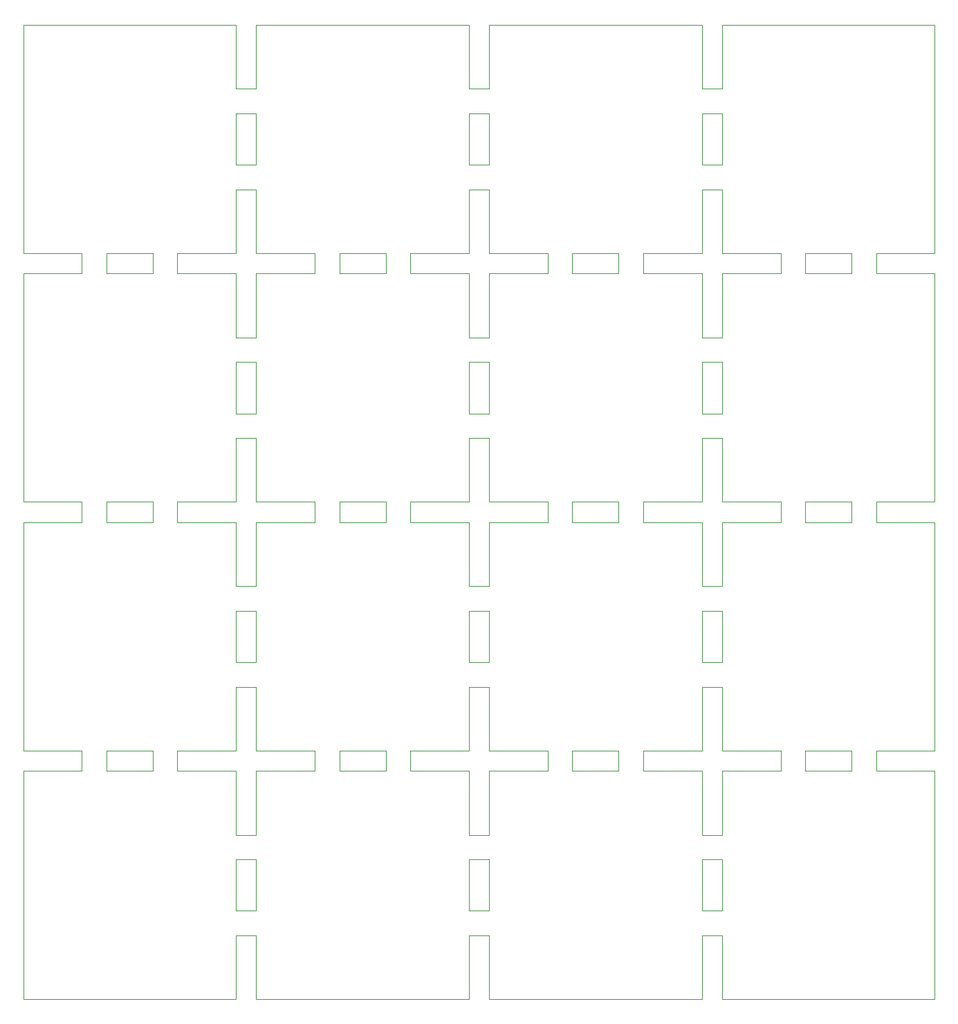
<source format=gbr>
%TF.GenerationSoftware,KiCad,Pcbnew,8.0.6*%
%TF.CreationDate,2024-10-19T01:04:28+01:00*%
%TF.ProjectId,panel,70616e65-6c2e-46b6-9963-61645f706362,rev?*%
%TF.SameCoordinates,Original*%
%TF.FileFunction,Profile,NP*%
%FSLAX46Y46*%
G04 Gerber Fmt 4.6, Leading zero omitted, Abs format (unit mm)*
G04 Created by KiCad (PCBNEW 8.0.6) date 2024-10-19 01:04:28*
%MOMM*%
%LPD*%
G01*
G04 APERTURE LIST*
%TA.AperFunction,Profile*%
%ADD10C,0.100000*%
%TD*%
G04 APERTURE END LIST*
D10*
X148499000Y-131410000D02*
X148501000Y-131410000D01*
X165596666Y-79611000D02*
X165596666Y-80860000D01*
X111556666Y-50430000D02*
X111556666Y-49181500D01*
X149750000Y-40120000D02*
X149750000Y-47930000D01*
X99883333Y-47930000D02*
X99883333Y-49179500D01*
X156923333Y-110041000D02*
X156923333Y-111290000D01*
X197116666Y-79611000D02*
X197116666Y-79609000D01*
X131403333Y-50430000D02*
X131403333Y-49181500D01*
X118730000Y-97980000D02*
X118730000Y-91670000D01*
X118730000Y-108790000D02*
X118730000Y-100980000D01*
X111556666Y-49179500D02*
X111556666Y-47930000D01*
X131403333Y-79611000D02*
X131403333Y-79609000D01*
X149750000Y-119100000D02*
X148501000Y-119100000D01*
X147250000Y-108790000D02*
X147250000Y-100980000D01*
X119981000Y-58240000D02*
X119979000Y-58240000D01*
X175770000Y-128410000D02*
X175770000Y-122100000D01*
X159923333Y-80860000D02*
X159923333Y-79611000D01*
X108556666Y-108790000D02*
X108556666Y-110039000D01*
X147250000Y-47930000D02*
X147250000Y-40120000D01*
X108556666Y-49179500D02*
X108556666Y-49181500D01*
X194116666Y-108790000D02*
X194116666Y-110039000D01*
X148501000Y-58240000D02*
X148499000Y-58240000D01*
X159923333Y-79611000D02*
X159923333Y-79609000D01*
X175770000Y-58240000D02*
X175770000Y-50430000D01*
X147250000Y-50430000D02*
X140076666Y-50430000D01*
X119981000Y-100980000D02*
X121230000Y-100980000D01*
X119979000Y-100980000D02*
X119981000Y-100980000D01*
X128403333Y-79611000D02*
X128403333Y-80860000D01*
X177019000Y-67550000D02*
X175770000Y-67550000D01*
X102883333Y-50430000D02*
X102883333Y-49181500D01*
X128403333Y-78360000D02*
X128403333Y-79609000D01*
X147250000Y-139220000D02*
X147250000Y-131410000D01*
X165596666Y-110039000D02*
X165596666Y-110041000D01*
X194116666Y-49179500D02*
X194116666Y-49181500D01*
X92710000Y-50430000D02*
X92710000Y-78360000D01*
X149750000Y-108790000D02*
X156923333Y-108790000D01*
X177019000Y-100980000D02*
X177021000Y-100980000D01*
X119981000Y-27810000D02*
X119979000Y-27810000D01*
X149750000Y-58240000D02*
X148501000Y-58240000D01*
X111556666Y-79609000D02*
X111556666Y-78360000D01*
X149750000Y-30810000D02*
X149750000Y-37120000D01*
X99883333Y-79609000D02*
X99883333Y-79611000D01*
X119979000Y-128410000D02*
X118730000Y-128410000D01*
X156923333Y-110039000D02*
X156923333Y-110041000D01*
X149750000Y-67550000D02*
X148501000Y-67550000D01*
X177019000Y-97980000D02*
X175770000Y-97980000D01*
X102883333Y-79609000D02*
X102883333Y-78360000D01*
X148501000Y-67550000D02*
X148499000Y-67550000D01*
X185443333Y-49179500D02*
X185443333Y-49181500D01*
X92710000Y-78360000D02*
X99883333Y-78360000D01*
X204290000Y-139220000D02*
X204290000Y-111290000D01*
X147250000Y-40120000D02*
X148499000Y-40120000D01*
X177019000Y-40120000D02*
X177021000Y-40120000D01*
X188443333Y-49179500D02*
X188443333Y-47930000D01*
X119981000Y-70550000D02*
X121230000Y-70550000D01*
X119979000Y-27810000D02*
X118730000Y-27810000D01*
X175770000Y-80860000D02*
X168596666Y-80860000D01*
X188443333Y-79609000D02*
X188443333Y-78360000D01*
X148499000Y-128410000D02*
X147250000Y-128410000D01*
X168596666Y-110039000D02*
X168596666Y-108790000D01*
X165596666Y-79609000D02*
X165596666Y-79611000D01*
X111556666Y-49181500D02*
X111556666Y-49179500D01*
X111556666Y-111290000D02*
X111556666Y-110041000D01*
X165596666Y-80860000D02*
X159923333Y-80860000D01*
X118730000Y-27810000D02*
X118730000Y-20000000D01*
X197116666Y-111290000D02*
X197116666Y-110041000D01*
X178270000Y-131410000D02*
X178270000Y-139220000D01*
X177019000Y-37120000D02*
X175770000Y-37120000D01*
X188443333Y-78360000D02*
X194116666Y-78360000D01*
X175770000Y-37120000D02*
X175770000Y-30810000D01*
X197116666Y-110041000D02*
X197116666Y-110039000D01*
X168596666Y-111290000D02*
X168596666Y-110041000D01*
X165596666Y-49179500D02*
X165596666Y-49181500D01*
X185443333Y-79611000D02*
X185443333Y-80860000D01*
X148501000Y-119100000D02*
X148499000Y-119100000D01*
X178270000Y-20000000D02*
X178270000Y-27810000D01*
X149750000Y-50430000D02*
X149750000Y-58240000D01*
X165596666Y-50430000D02*
X159923333Y-50430000D01*
X99883333Y-108790000D02*
X99883333Y-110039000D01*
X137076666Y-78360000D02*
X137076666Y-79609000D01*
X131403333Y-79609000D02*
X131403333Y-78360000D01*
X92710000Y-111290000D02*
X92710000Y-139220000D01*
X137076666Y-50430000D02*
X131403333Y-50430000D01*
X175770000Y-119100000D02*
X175770000Y-111290000D01*
X197116666Y-80860000D02*
X197116666Y-79611000D01*
X118730000Y-80860000D02*
X111556666Y-80860000D01*
X149750000Y-20000000D02*
X149750000Y-27810000D01*
X108556666Y-78360000D02*
X108556666Y-79609000D01*
X119979000Y-61240000D02*
X119981000Y-61240000D01*
X148499000Y-97980000D02*
X147250000Y-97980000D01*
X99883333Y-110041000D02*
X99883333Y-111290000D01*
X177021000Y-58240000D02*
X177019000Y-58240000D01*
X111556666Y-47930000D02*
X118730000Y-47930000D01*
X92710000Y-80860000D02*
X92710000Y-108790000D01*
X92710000Y-47930000D02*
X99883333Y-47930000D01*
X175770000Y-88670000D02*
X175770000Y-80860000D01*
X131403333Y-49181500D02*
X131403333Y-49179500D01*
X102883333Y-108790000D02*
X108556666Y-108790000D01*
X178270000Y-111290000D02*
X178270000Y-119100000D01*
X147250000Y-111290000D02*
X140076666Y-111290000D01*
X137076666Y-111290000D02*
X131403333Y-111290000D01*
X175770000Y-97980000D02*
X175770000Y-91670000D01*
X118730000Y-58240000D02*
X118730000Y-50430000D01*
X119979000Y-97980000D02*
X118730000Y-97980000D01*
X121230000Y-58240000D02*
X119981000Y-58240000D01*
X147250000Y-37120000D02*
X147250000Y-30810000D01*
X99883333Y-49181500D02*
X99883333Y-50430000D01*
X147250000Y-30810000D02*
X148499000Y-30810000D01*
X121230000Y-37120000D02*
X119981000Y-37120000D01*
X188443333Y-111290000D02*
X188443333Y-110041000D01*
X119981000Y-131410000D02*
X121230000Y-131410000D01*
X102883333Y-79611000D02*
X102883333Y-79609000D01*
X149750000Y-91670000D02*
X149750000Y-97980000D01*
X177021000Y-119100000D02*
X177019000Y-119100000D01*
X178270000Y-97980000D02*
X177021000Y-97980000D01*
X177021000Y-91670000D02*
X178270000Y-91670000D01*
X121230000Y-100980000D02*
X121230000Y-108790000D01*
X178270000Y-40120000D02*
X178270000Y-47930000D01*
X165596666Y-78360000D02*
X165596666Y-79609000D01*
X121230000Y-47930000D02*
X128403333Y-47930000D01*
X119979000Y-58240000D02*
X118730000Y-58240000D01*
X118730000Y-88670000D02*
X118730000Y-80860000D01*
X175770000Y-61240000D02*
X177019000Y-61240000D01*
X177019000Y-91670000D02*
X177021000Y-91670000D01*
X99883333Y-78360000D02*
X99883333Y-79609000D01*
X197116666Y-49179500D02*
X197116666Y-47930000D01*
X156923333Y-78360000D02*
X156923333Y-79609000D01*
X159923333Y-49179500D02*
X159923333Y-47930000D01*
X159923333Y-50430000D02*
X159923333Y-49181500D01*
X119979000Y-88670000D02*
X118730000Y-88670000D01*
X149750000Y-128410000D02*
X148501000Y-128410000D01*
X177021000Y-97980000D02*
X177019000Y-97980000D01*
X131403333Y-108790000D02*
X137076666Y-108790000D01*
X128403333Y-49179500D02*
X128403333Y-49181500D01*
X99883333Y-110039000D02*
X99883333Y-110041000D01*
X177021000Y-30810000D02*
X178270000Y-30810000D01*
X175770000Y-50430000D02*
X168596666Y-50430000D01*
X168596666Y-50430000D02*
X168596666Y-49181500D01*
X140076666Y-50430000D02*
X140076666Y-49181500D01*
X177021000Y-27810000D02*
X177019000Y-27810000D01*
X140076666Y-110041000D02*
X140076666Y-110039000D01*
X102883333Y-110041000D02*
X102883333Y-110039000D01*
X121230000Y-131410000D02*
X121230000Y-139220000D01*
X99883333Y-50430000D02*
X92710000Y-50430000D01*
X111556666Y-78360000D02*
X118730000Y-78360000D01*
X121230000Y-108790000D02*
X128403333Y-108790000D01*
X165596666Y-111290000D02*
X159923333Y-111290000D01*
X175770000Y-40120000D02*
X177019000Y-40120000D01*
X137076666Y-47930000D02*
X137076666Y-49179500D01*
X108556666Y-47930000D02*
X108556666Y-49179500D01*
X178270000Y-139220000D02*
X204290000Y-139220000D01*
X175770000Y-30810000D02*
X177019000Y-30810000D01*
X188443333Y-50430000D02*
X188443333Y-49181500D01*
X175770000Y-27810000D02*
X175770000Y-20000000D01*
X156923333Y-108790000D02*
X156923333Y-110039000D01*
X175770000Y-131410000D02*
X177019000Y-131410000D01*
X204290000Y-50430000D02*
X197116666Y-50430000D01*
X128403333Y-111290000D02*
X121230000Y-111290000D01*
X118730000Y-20000000D02*
X92710000Y-20000000D01*
X147250000Y-70550000D02*
X148499000Y-70550000D01*
X178270000Y-128410000D02*
X177021000Y-128410000D01*
X119979000Y-37120000D02*
X118730000Y-37120000D01*
X156923333Y-49179500D02*
X156923333Y-49181500D01*
X178270000Y-91670000D02*
X178270000Y-97980000D01*
X178270000Y-37120000D02*
X177021000Y-37120000D01*
X121230000Y-20000000D02*
X121230000Y-27810000D01*
X148499000Y-119100000D02*
X147250000Y-119100000D01*
X92710000Y-108790000D02*
X99883333Y-108790000D01*
X99883333Y-49179500D02*
X99883333Y-49181500D01*
X175770000Y-122100000D02*
X177019000Y-122100000D01*
X148499000Y-58240000D02*
X147250000Y-58240000D01*
X148501000Y-70550000D02*
X149750000Y-70550000D01*
X177021000Y-100980000D02*
X178270000Y-100980000D01*
X140076666Y-80860000D02*
X140076666Y-79611000D01*
X92710000Y-20000000D02*
X92710000Y-47930000D01*
X148501000Y-91670000D02*
X149750000Y-91670000D01*
X156923333Y-79611000D02*
X156923333Y-80860000D01*
X194116666Y-110039000D02*
X194116666Y-110041000D01*
X194116666Y-110041000D02*
X194116666Y-111290000D01*
X118730000Y-91670000D02*
X119979000Y-91670000D01*
X111556666Y-80860000D02*
X111556666Y-79611000D01*
X121230000Y-119100000D02*
X119981000Y-119100000D01*
X118730000Y-100980000D02*
X119979000Y-100980000D01*
X118730000Y-61240000D02*
X119979000Y-61240000D01*
X119979000Y-91670000D02*
X119981000Y-91670000D01*
X159923333Y-78360000D02*
X165596666Y-78360000D01*
X119979000Y-30810000D02*
X119981000Y-30810000D01*
X119981000Y-88670000D02*
X119979000Y-88670000D01*
X148499000Y-37120000D02*
X147250000Y-37120000D01*
X121230000Y-128410000D02*
X119981000Y-128410000D01*
X148501000Y-100980000D02*
X149750000Y-100980000D01*
X119979000Y-40120000D02*
X119981000Y-40120000D01*
X118730000Y-128410000D02*
X118730000Y-122100000D01*
X175770000Y-47930000D02*
X175770000Y-40120000D01*
X178270000Y-30810000D02*
X178270000Y-37120000D01*
X148499000Y-61240000D02*
X148501000Y-61240000D01*
X140076666Y-79609000D02*
X140076666Y-78360000D01*
X188443333Y-49181500D02*
X188443333Y-49179500D01*
X168596666Y-47930000D02*
X175770000Y-47930000D01*
X148501000Y-27810000D02*
X148499000Y-27810000D01*
X118730000Y-37120000D02*
X118730000Y-30810000D01*
X131403333Y-111290000D02*
X131403333Y-110041000D01*
X137076666Y-49179500D02*
X137076666Y-49181500D01*
X118730000Y-119100000D02*
X118730000Y-111290000D01*
X177021000Y-70550000D02*
X178270000Y-70550000D01*
X118730000Y-30810000D02*
X119979000Y-30810000D01*
X137076666Y-79609000D02*
X137076666Y-79611000D01*
X156923333Y-80860000D02*
X149750000Y-80860000D01*
X185443333Y-110041000D02*
X185443333Y-111290000D01*
X149750000Y-70550000D02*
X149750000Y-78360000D01*
X177019000Y-58240000D02*
X175770000Y-58240000D01*
X119981000Y-67550000D02*
X119979000Y-67550000D01*
X121230000Y-139220000D02*
X147250000Y-139220000D01*
X156923333Y-50430000D02*
X149750000Y-50430000D01*
X178270000Y-100980000D02*
X178270000Y-108790000D01*
X137076666Y-79611000D02*
X137076666Y-80860000D01*
X121230000Y-91670000D02*
X121230000Y-97980000D01*
X178270000Y-119100000D02*
X177021000Y-119100000D01*
X111556666Y-108790000D02*
X118730000Y-108790000D01*
X147250000Y-88670000D02*
X147250000Y-80860000D01*
X194116666Y-79611000D02*
X194116666Y-80860000D01*
X177021000Y-131410000D02*
X178270000Y-131410000D01*
X140076666Y-78360000D02*
X147250000Y-78360000D01*
X168596666Y-110041000D02*
X168596666Y-110039000D01*
X175770000Y-108790000D02*
X175770000Y-100980000D01*
X177021000Y-128410000D02*
X177019000Y-128410000D01*
X175770000Y-111290000D02*
X168596666Y-111290000D01*
X121230000Y-27810000D02*
X119981000Y-27810000D01*
X111556666Y-110041000D02*
X111556666Y-110039000D01*
X159923333Y-111290000D02*
X159923333Y-110041000D01*
X118730000Y-122100000D02*
X119979000Y-122100000D01*
X178270000Y-61240000D02*
X178270000Y-67550000D01*
X111556666Y-110039000D02*
X111556666Y-108790000D01*
X177021000Y-88670000D02*
X177019000Y-88670000D01*
X194116666Y-79609000D02*
X194116666Y-79611000D01*
X149750000Y-61240000D02*
X149750000Y-67550000D01*
X137076666Y-110041000D02*
X137076666Y-111290000D01*
X177019000Y-27810000D02*
X175770000Y-27810000D01*
X185443333Y-50430000D02*
X178270000Y-50430000D01*
X108556666Y-80860000D02*
X102883333Y-80860000D01*
X108556666Y-79611000D02*
X108556666Y-80860000D01*
X197116666Y-49181500D02*
X197116666Y-49179500D01*
X175770000Y-139220000D02*
X175770000Y-131410000D01*
X148501000Y-30810000D02*
X149750000Y-30810000D01*
X168596666Y-108790000D02*
X175770000Y-108790000D01*
X177019000Y-61240000D02*
X177021000Y-61240000D01*
X128403333Y-49181500D02*
X128403333Y-50430000D01*
X149750000Y-100980000D02*
X149750000Y-108790000D01*
X204290000Y-78360000D02*
X204290000Y-50430000D01*
X131403333Y-110039000D02*
X131403333Y-108790000D01*
X188443333Y-108790000D02*
X194116666Y-108790000D01*
X148499000Y-122100000D02*
X148501000Y-122100000D01*
X102883333Y-49181500D02*
X102883333Y-49179500D01*
X119979000Y-131410000D02*
X119981000Y-131410000D01*
X121230000Y-61240000D02*
X121230000Y-67550000D01*
X149750000Y-122100000D02*
X149750000Y-128410000D01*
X149750000Y-37120000D02*
X148501000Y-37120000D01*
X177019000Y-128410000D02*
X175770000Y-128410000D01*
X149750000Y-78360000D02*
X156923333Y-78360000D01*
X148499000Y-27810000D02*
X147250000Y-27810000D01*
X197116666Y-108790000D02*
X204290000Y-108790000D01*
X108556666Y-110041000D02*
X108556666Y-111290000D01*
X185443333Y-79609000D02*
X185443333Y-79611000D01*
X147250000Y-27810000D02*
X147250000Y-20000000D01*
X131403333Y-110041000D02*
X131403333Y-110039000D01*
X148499000Y-67550000D02*
X147250000Y-67550000D01*
X147250000Y-100980000D02*
X148499000Y-100980000D01*
X128403333Y-50430000D02*
X121230000Y-50430000D01*
X108556666Y-110039000D02*
X108556666Y-110041000D01*
X185443333Y-49181500D02*
X185443333Y-50430000D01*
X147250000Y-131410000D02*
X148499000Y-131410000D01*
X156923333Y-111290000D02*
X149750000Y-111290000D01*
X185443333Y-110039000D02*
X185443333Y-110041000D01*
X185443333Y-47930000D02*
X185443333Y-49179500D01*
X178270000Y-122100000D02*
X178270000Y-128410000D01*
X131403333Y-78360000D02*
X137076666Y-78360000D01*
X177021000Y-67550000D02*
X177019000Y-67550000D01*
X165596666Y-110041000D02*
X165596666Y-111290000D01*
X177019000Y-131410000D02*
X177021000Y-131410000D01*
X108556666Y-111290000D02*
X102883333Y-111290000D01*
X140076666Y-111290000D02*
X140076666Y-110041000D01*
X119979000Y-119100000D02*
X118730000Y-119100000D01*
X131403333Y-47930000D02*
X137076666Y-47930000D01*
X178270000Y-108790000D02*
X185443333Y-108790000D01*
X188443333Y-79611000D02*
X188443333Y-79609000D01*
X148499000Y-30810000D02*
X148501000Y-30810000D01*
X168596666Y-49181500D02*
X168596666Y-49179500D01*
X119979000Y-67550000D02*
X118730000Y-67550000D01*
X147250000Y-67550000D02*
X147250000Y-61240000D01*
X102883333Y-49179500D02*
X102883333Y-47930000D01*
X118730000Y-111290000D02*
X111556666Y-111290000D01*
X194116666Y-49181500D02*
X194116666Y-50430000D01*
X185443333Y-80860000D02*
X178270000Y-80860000D01*
X159923333Y-79609000D02*
X159923333Y-78360000D01*
X118730000Y-50430000D02*
X111556666Y-50430000D01*
X140076666Y-49181500D02*
X140076666Y-49179500D01*
X121230000Y-50430000D02*
X121230000Y-58240000D01*
X128403333Y-110041000D02*
X128403333Y-111290000D01*
X149750000Y-139220000D02*
X175770000Y-139220000D01*
X204290000Y-108790000D02*
X204290000Y-80860000D01*
X131403333Y-49179500D02*
X131403333Y-47930000D01*
X148501000Y-128410000D02*
X148499000Y-128410000D01*
X194116666Y-111290000D02*
X188443333Y-111290000D01*
X159923333Y-108790000D02*
X165596666Y-108790000D01*
X118730000Y-78360000D02*
X118730000Y-70550000D01*
X119981000Y-128410000D02*
X119979000Y-128410000D01*
X140076666Y-79611000D02*
X140076666Y-79609000D01*
X148499000Y-91670000D02*
X148501000Y-91670000D01*
X148501000Y-88670000D02*
X148499000Y-88670000D01*
X148501000Y-61240000D02*
X149750000Y-61240000D01*
X149750000Y-97980000D02*
X148501000Y-97980000D01*
X178270000Y-47930000D02*
X185443333Y-47930000D01*
X148501000Y-122100000D02*
X149750000Y-122100000D01*
X197116666Y-50430000D02*
X197116666Y-49181500D01*
X156923333Y-49181500D02*
X156923333Y-50430000D01*
X149750000Y-27810000D02*
X148501000Y-27810000D01*
X137076666Y-110039000D02*
X137076666Y-110041000D01*
X149750000Y-88670000D02*
X148501000Y-88670000D01*
X147250000Y-122100000D02*
X148499000Y-122100000D01*
X165596666Y-49181500D02*
X165596666Y-50430000D01*
X108556666Y-79609000D02*
X108556666Y-79611000D01*
X148501000Y-97980000D02*
X148499000Y-97980000D01*
X185443333Y-111290000D02*
X178270000Y-111290000D01*
X119981000Y-119100000D02*
X119979000Y-119100000D01*
X108556666Y-50430000D02*
X102883333Y-50430000D01*
X121230000Y-97980000D02*
X119981000Y-97980000D01*
X119981000Y-91670000D02*
X121230000Y-91670000D01*
X148499000Y-70550000D02*
X148501000Y-70550000D01*
X102883333Y-78360000D02*
X108556666Y-78360000D01*
X188443333Y-80860000D02*
X188443333Y-79611000D01*
X119979000Y-122100000D02*
X119981000Y-122100000D01*
X177021000Y-61240000D02*
X178270000Y-61240000D01*
X128403333Y-110039000D02*
X128403333Y-110041000D01*
X177019000Y-88670000D02*
X175770000Y-88670000D01*
X197116666Y-110039000D02*
X197116666Y-108790000D01*
X121230000Y-111290000D02*
X121230000Y-119100000D01*
X159923333Y-110039000D02*
X159923333Y-108790000D01*
X197116666Y-79609000D02*
X197116666Y-78360000D01*
X102883333Y-80860000D02*
X102883333Y-79611000D01*
X177021000Y-122100000D02*
X178270000Y-122100000D01*
X194116666Y-50430000D02*
X188443333Y-50430000D01*
X178270000Y-88670000D02*
X177021000Y-88670000D01*
X175770000Y-70550000D02*
X177019000Y-70550000D01*
X137076666Y-80860000D02*
X131403333Y-80860000D01*
X119981000Y-122100000D02*
X121230000Y-122100000D01*
X140076666Y-110039000D02*
X140076666Y-108790000D01*
X204290000Y-20000000D02*
X178270000Y-20000000D01*
X140076666Y-108790000D02*
X147250000Y-108790000D01*
X168596666Y-79611000D02*
X168596666Y-79609000D01*
X159923333Y-49181500D02*
X159923333Y-49179500D01*
X149750000Y-131410000D02*
X149750000Y-139220000D01*
X148501000Y-131410000D02*
X149750000Y-131410000D01*
X175770000Y-67550000D02*
X175770000Y-61240000D01*
X188443333Y-110041000D02*
X188443333Y-110039000D01*
X147250000Y-119100000D02*
X147250000Y-111290000D01*
X204290000Y-47930000D02*
X204290000Y-20000000D01*
X148501000Y-37120000D02*
X148499000Y-37120000D01*
X121230000Y-40120000D02*
X121230000Y-47930000D01*
X185443333Y-108790000D02*
X185443333Y-110039000D01*
X149750000Y-111290000D02*
X149750000Y-119100000D01*
X128403333Y-80860000D02*
X121230000Y-80860000D01*
X197116666Y-78360000D02*
X204290000Y-78360000D01*
X159923333Y-110041000D02*
X159923333Y-110039000D01*
X188443333Y-110039000D02*
X188443333Y-108790000D01*
X178270000Y-67550000D02*
X177021000Y-67550000D01*
X147250000Y-58240000D02*
X147250000Y-50430000D01*
X147250000Y-78360000D02*
X147250000Y-70550000D01*
X119981000Y-37120000D02*
X119979000Y-37120000D01*
X108556666Y-49181500D02*
X108556666Y-50430000D01*
X119981000Y-97980000D02*
X119979000Y-97980000D01*
X149750000Y-47930000D02*
X156923333Y-47930000D01*
X140076666Y-49179500D02*
X140076666Y-47930000D01*
X137076666Y-108790000D02*
X137076666Y-110039000D01*
X111556666Y-79611000D02*
X111556666Y-79609000D01*
X119981000Y-30810000D02*
X121230000Y-30810000D01*
X177019000Y-122100000D02*
X177021000Y-122100000D01*
X177021000Y-37120000D02*
X177019000Y-37120000D01*
X148499000Y-88670000D02*
X147250000Y-88670000D01*
X99883333Y-80860000D02*
X92710000Y-80860000D01*
X148499000Y-100980000D02*
X148501000Y-100980000D01*
X168596666Y-49179500D02*
X168596666Y-47930000D01*
X118730000Y-40120000D02*
X119979000Y-40120000D01*
X175770000Y-91670000D02*
X177019000Y-91670000D01*
X194116666Y-80860000D02*
X188443333Y-80860000D01*
X147250000Y-80860000D02*
X140076666Y-80860000D01*
X149750000Y-80860000D02*
X149750000Y-88670000D01*
X121230000Y-67550000D02*
X119981000Y-67550000D01*
X159923333Y-47930000D02*
X165596666Y-47930000D01*
X175770000Y-20000000D02*
X149750000Y-20000000D01*
X156923333Y-79609000D02*
X156923333Y-79611000D01*
X92710000Y-139220000D02*
X118730000Y-139220000D01*
X137076666Y-49181500D02*
X137076666Y-50430000D01*
X194116666Y-78360000D02*
X194116666Y-79609000D01*
X156923333Y-47930000D02*
X156923333Y-49179500D01*
X118730000Y-47930000D02*
X118730000Y-40120000D01*
X165596666Y-47930000D02*
X165596666Y-49179500D01*
X204290000Y-80860000D02*
X197116666Y-80860000D01*
X178270000Y-27810000D02*
X177021000Y-27810000D01*
X148499000Y-40120000D02*
X148501000Y-40120000D01*
X177019000Y-70550000D02*
X177021000Y-70550000D01*
X168596666Y-80860000D02*
X168596666Y-79611000D01*
X178270000Y-80860000D02*
X178270000Y-88670000D01*
X118730000Y-139220000D02*
X118730000Y-131410000D01*
X177019000Y-119100000D02*
X175770000Y-119100000D01*
X177021000Y-40120000D02*
X178270000Y-40120000D01*
X102883333Y-110039000D02*
X102883333Y-108790000D01*
X128403333Y-108790000D02*
X128403333Y-110039000D01*
X140076666Y-47930000D02*
X147250000Y-47930000D01*
X121230000Y-78360000D02*
X128403333Y-78360000D01*
X131403333Y-80860000D02*
X131403333Y-79611000D01*
X147250000Y-91670000D02*
X148499000Y-91670000D01*
X147250000Y-20000000D02*
X121230000Y-20000000D01*
X147250000Y-61240000D02*
X148499000Y-61240000D01*
X121230000Y-80860000D02*
X121230000Y-88670000D01*
X147250000Y-128410000D02*
X147250000Y-122100000D01*
X99883333Y-79611000D02*
X99883333Y-80860000D01*
X118730000Y-70550000D02*
X119979000Y-70550000D01*
X168596666Y-78360000D02*
X175770000Y-78360000D01*
X178270000Y-78360000D02*
X185443333Y-78360000D01*
X121230000Y-88670000D02*
X119981000Y-88670000D01*
X194116666Y-47930000D02*
X194116666Y-49179500D01*
X119979000Y-70550000D02*
X119981000Y-70550000D01*
X178270000Y-58240000D02*
X177021000Y-58240000D01*
X102883333Y-47930000D02*
X108556666Y-47930000D01*
X119981000Y-61240000D02*
X121230000Y-61240000D01*
X148501000Y-40120000D02*
X149750000Y-40120000D01*
X188443333Y-47930000D02*
X194116666Y-47930000D01*
X175770000Y-100980000D02*
X177019000Y-100980000D01*
X165596666Y-108790000D02*
X165596666Y-110039000D01*
X121230000Y-122100000D02*
X121230000Y-128410000D01*
X178270000Y-70550000D02*
X178270000Y-78360000D01*
X102883333Y-111290000D02*
X102883333Y-110041000D01*
X121230000Y-70550000D02*
X121230000Y-78360000D01*
X204290000Y-111290000D02*
X197116666Y-111290000D01*
X118730000Y-67550000D02*
X118730000Y-61240000D01*
X185443333Y-78360000D02*
X185443333Y-79609000D01*
X177019000Y-30810000D02*
X177021000Y-30810000D01*
X175770000Y-78360000D02*
X175770000Y-70550000D01*
X121230000Y-30810000D02*
X121230000Y-37120000D01*
X128403333Y-47930000D02*
X128403333Y-49179500D01*
X168596666Y-79609000D02*
X168596666Y-78360000D01*
X197116666Y-47930000D02*
X204290000Y-47930000D01*
X147250000Y-97980000D02*
X147250000Y-91670000D01*
X119981000Y-40120000D02*
X121230000Y-40120000D01*
X178270000Y-50430000D02*
X178270000Y-58240000D01*
X118730000Y-131410000D02*
X119979000Y-131410000D01*
X99883333Y-111290000D02*
X92710000Y-111290000D01*
X128403333Y-79609000D02*
X128403333Y-79611000D01*
M02*

</source>
